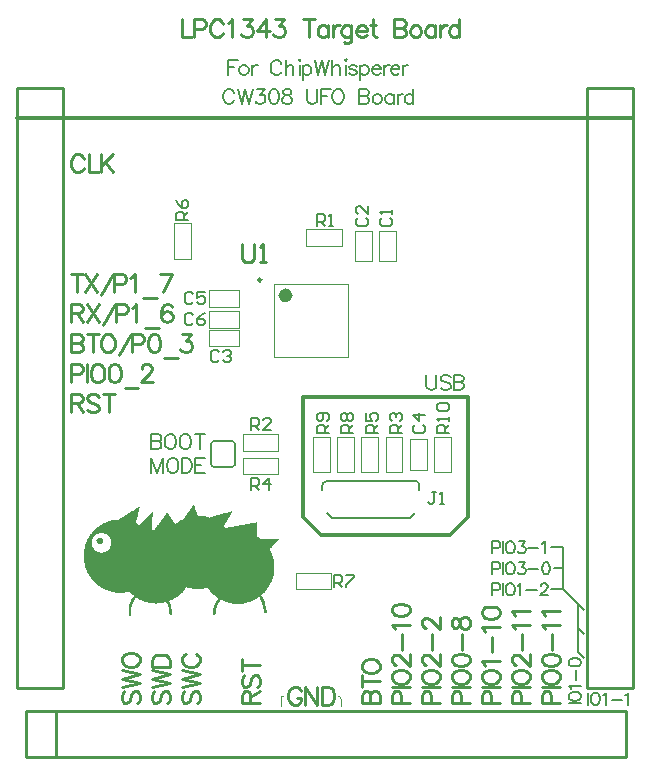
<source format=gto>
G04*
G04 #@! TF.GenerationSoftware,Altium Limited,Altium Designer,21.6.4 (81)*
G04*
G04 Layer_Color=65535*
%FSLAX25Y25*%
%MOIN*%
G70*
G04*
G04 #@! TF.SameCoordinates,15FEF366-9F57-466A-8581-DEE9C99B8A09*
G04*
G04*
G04 #@! TF.FilePolarity,Positive*
G04*
G01*
G75*
%ADD10C,0.00984*%
%ADD11C,0.02362*%
%ADD12C,0.00787*%
%ADD13C,0.00800*%
%ADD14C,0.00394*%
%ADD15C,0.01181*%
%ADD16C,0.01000*%
%ADD17C,0.00500*%
G36*
X58929Y84051D02*
X59066D01*
Y83914D01*
Y83776D01*
Y83639D01*
X59203D01*
Y83502D01*
Y83365D01*
Y83227D01*
X59340D01*
Y83090D01*
Y82953D01*
X59478D01*
Y82815D01*
Y82678D01*
Y82541D01*
X59615D01*
Y82403D01*
Y82266D01*
Y82129D01*
X59752D01*
Y81992D01*
Y81854D01*
X59890D01*
Y81717D01*
Y81580D01*
Y81442D01*
X60027D01*
Y81305D01*
Y81168D01*
X60164D01*
Y81031D01*
Y80893D01*
Y80756D01*
X60302D01*
Y80619D01*
Y80481D01*
X62086D01*
Y80344D01*
X62910D01*
Y80207D01*
X63459D01*
Y80070D01*
X64008D01*
Y79932D01*
X64420D01*
Y80070D01*
X64969D01*
Y80207D01*
X65381D01*
Y80344D01*
X65930D01*
Y80481D01*
X66342D01*
Y80619D01*
X66891D01*
Y80756D01*
X67303D01*
Y80893D01*
X67852D01*
Y81031D01*
X68264D01*
Y81168D01*
X68814D01*
Y81305D01*
X69225D01*
Y81442D01*
X69775D01*
Y81580D01*
X70324D01*
Y81717D01*
X70736D01*
Y81854D01*
X71285D01*
Y81992D01*
X71697D01*
Y82129D01*
X71834D01*
Y81992D01*
Y81854D01*
X71697D01*
Y81717D01*
Y81580D01*
X71559D01*
Y81442D01*
X71422D01*
Y81305D01*
Y81168D01*
X71285D01*
Y81031D01*
Y80893D01*
X71148D01*
Y80756D01*
Y80619D01*
X71010D01*
Y80481D01*
X70873D01*
Y80344D01*
Y80207D01*
X70736D01*
Y80070D01*
Y79932D01*
X70598D01*
Y79795D01*
Y79658D01*
X70461D01*
Y79520D01*
Y79383D01*
X70324D01*
Y79246D01*
X70187D01*
Y79109D01*
Y78971D01*
X70049D01*
Y78834D01*
Y78697D01*
X69912D01*
Y78559D01*
Y78422D01*
X69775D01*
Y78285D01*
X69637D01*
Y78148D01*
Y78010D01*
X69500D01*
Y77873D01*
Y77736D01*
X69363D01*
Y77598D01*
Y77461D01*
X69225D01*
Y77324D01*
X69088D01*
Y77187D01*
Y77049D01*
Y76912D01*
X69225D01*
Y76775D01*
X69363D01*
Y76637D01*
X69500D01*
Y76500D01*
X70324D01*
Y76637D01*
X71010D01*
Y76775D01*
X71834D01*
Y76912D01*
X72520D01*
Y77049D01*
X73207D01*
Y77187D01*
X73893D01*
Y77324D01*
X74717D01*
Y77461D01*
X75403D01*
Y77598D01*
X76090D01*
Y77736D01*
X76776D01*
Y77873D01*
X77600D01*
Y78010D01*
X78287D01*
Y78148D01*
X78973D01*
Y78285D01*
X79660D01*
Y78422D01*
X79934D01*
Y78285D01*
Y78148D01*
Y78010D01*
Y77873D01*
Y77736D01*
Y77598D01*
Y77461D01*
Y77324D01*
Y77187D01*
Y77049D01*
Y76912D01*
Y76775D01*
Y76637D01*
Y76500D01*
Y76363D01*
Y76225D01*
Y76088D01*
Y75951D01*
Y75814D01*
Y75676D01*
Y75539D01*
Y75402D01*
Y75264D01*
Y75127D01*
Y74990D01*
Y74853D01*
Y74715D01*
Y74578D01*
Y74441D01*
Y74303D01*
Y74166D01*
Y74029D01*
Y73892D01*
Y73754D01*
X80071D01*
Y73617D01*
X80346D01*
Y73480D01*
X80483D01*
Y73342D01*
X80758D01*
Y73205D01*
X80895D01*
Y73068D01*
X81170D01*
Y72930D01*
X81307D01*
Y72793D01*
X81444D01*
Y72656D01*
X82131D01*
Y72793D01*
X87485D01*
Y72656D01*
X87348D01*
Y72519D01*
X87211D01*
Y72381D01*
X87073D01*
Y72244D01*
X86936D01*
Y72107D01*
X86799D01*
Y71969D01*
X86661D01*
Y71832D01*
X86524D01*
Y71695D01*
X86387D01*
Y71557D01*
X86250D01*
Y71420D01*
X86112D01*
Y71283D01*
X85975D01*
Y71146D01*
X85838D01*
Y71008D01*
X85700D01*
Y70871D01*
X85563D01*
Y70734D01*
X85426D01*
Y70596D01*
X85289D01*
Y70459D01*
X85151D01*
Y70322D01*
Y70185D01*
X85014D01*
Y70047D01*
X84877D01*
Y69910D01*
X84739D01*
Y69773D01*
X84602D01*
Y69635D01*
X84465D01*
Y69498D01*
X84190D01*
Y69361D01*
X84328D01*
Y69224D01*
Y69086D01*
X84465D01*
Y68949D01*
Y68812D01*
X84602D01*
Y68674D01*
Y68537D01*
X84739D01*
Y68400D01*
Y68262D01*
X84877D01*
Y68125D01*
Y67988D01*
Y67851D01*
X85014D01*
Y67713D01*
Y67576D01*
Y67439D01*
X85151D01*
Y67301D01*
Y67164D01*
X85289D01*
Y67027D01*
Y66890D01*
Y66752D01*
Y66615D01*
X85426D01*
Y66478D01*
Y66340D01*
Y66203D01*
Y66066D01*
X85563D01*
Y65929D01*
Y65791D01*
Y65654D01*
Y65517D01*
Y65379D01*
X85700D01*
Y65242D01*
Y65105D01*
Y64968D01*
Y64830D01*
Y64693D01*
Y64556D01*
Y64418D01*
Y64281D01*
X85838D01*
Y64144D01*
Y64007D01*
Y63869D01*
Y63732D01*
Y63595D01*
Y63457D01*
Y63320D01*
Y63183D01*
Y63046D01*
Y62908D01*
Y62771D01*
Y62634D01*
Y62496D01*
Y62359D01*
X85700D01*
Y62222D01*
Y62084D01*
Y61947D01*
Y61810D01*
Y61673D01*
Y61535D01*
Y61398D01*
Y61261D01*
X85563D01*
Y61123D01*
Y60986D01*
Y60849D01*
Y60711D01*
Y60574D01*
X85426D01*
Y60437D01*
Y60300D01*
Y60162D01*
Y60025D01*
X85289D01*
Y59888D01*
Y59750D01*
Y59613D01*
X85151D01*
Y59476D01*
Y59339D01*
Y59201D01*
X85014D01*
Y59064D01*
Y58927D01*
Y58789D01*
X84877D01*
Y58652D01*
Y58515D01*
X84739D01*
Y58377D01*
Y58240D01*
X84602D01*
Y58103D01*
Y57966D01*
X84465D01*
Y57828D01*
Y57691D01*
X84328D01*
Y57554D01*
Y57416D01*
X84190D01*
Y57279D01*
Y57142D01*
X84053D01*
Y57005D01*
Y56867D01*
X83916D01*
Y56730D01*
X83778D01*
Y56593D01*
Y56455D01*
X83641D01*
Y56318D01*
X83504D01*
Y56181D01*
X83366D01*
Y56044D01*
Y55906D01*
X83229D01*
Y55769D01*
X83092D01*
Y55632D01*
X82955D01*
Y55494D01*
Y55357D01*
X82817D01*
Y55220D01*
X82680D01*
Y55083D01*
X82543D01*
Y54945D01*
X82405D01*
Y54808D01*
X82268D01*
Y54671D01*
X82131D01*
Y54533D01*
X81994D01*
Y54396D01*
X81856D01*
Y54259D01*
X81719D01*
Y54122D01*
X81444D01*
Y53984D01*
Y53847D01*
X81582D01*
Y53710D01*
X81719D01*
Y53572D01*
X81856D01*
Y53435D01*
Y53298D01*
X81994D01*
Y53161D01*
Y53023D01*
X82131D01*
Y52886D01*
Y52749D01*
X82268D01*
Y52611D01*
Y52474D01*
Y52337D01*
X82405D01*
Y52199D01*
Y52062D01*
X82543D01*
Y51925D01*
Y51788D01*
Y51650D01*
X82680D01*
Y51513D01*
Y51376D01*
Y51238D01*
Y51101D01*
X82817D01*
Y50964D01*
Y50827D01*
Y50689D01*
Y50552D01*
X82955D01*
Y50415D01*
Y50277D01*
Y50140D01*
Y50003D01*
X83092D01*
Y49865D01*
Y49728D01*
Y49591D01*
Y49454D01*
Y49316D01*
Y49179D01*
Y49042D01*
X83229D01*
Y48904D01*
Y48767D01*
Y48630D01*
Y48493D01*
Y48355D01*
Y48218D01*
Y48081D01*
X82268D01*
Y48218D01*
Y48355D01*
Y48493D01*
Y48630D01*
Y48767D01*
Y48904D01*
Y49042D01*
Y49179D01*
Y49316D01*
X82131D01*
Y49454D01*
Y49591D01*
Y49728D01*
Y49865D01*
Y50003D01*
Y50140D01*
X81994D01*
Y50277D01*
Y50415D01*
Y50552D01*
Y50689D01*
X81856D01*
Y50827D01*
Y50964D01*
Y51101D01*
Y51238D01*
X81719D01*
Y51376D01*
Y51513D01*
Y51650D01*
X81582D01*
Y51788D01*
Y51925D01*
X81444D01*
Y52062D01*
Y52199D01*
Y52337D01*
X81307D01*
Y52474D01*
Y52611D01*
X81170D01*
Y52749D01*
Y52886D01*
X81033D01*
Y53023D01*
X80895D01*
Y53161D01*
Y53298D01*
X80758D01*
Y53435D01*
X80621D01*
Y53298D01*
X80483D01*
Y53161D01*
X80209D01*
Y53023D01*
X80071D01*
Y52886D01*
X79797D01*
Y52749D01*
X79522D01*
Y52611D01*
X79248D01*
Y52474D01*
X78973D01*
Y52337D01*
X78698D01*
Y52199D01*
X78424D01*
Y52062D01*
X78149D01*
Y51925D01*
X77737D01*
Y51788D01*
X77326D01*
Y51650D01*
X76776D01*
Y51513D01*
X76365D01*
Y51376D01*
X75541D01*
Y51238D01*
X74305D01*
Y51101D01*
X72932D01*
Y51238D01*
X71697D01*
Y51376D01*
X71010D01*
Y51513D01*
X70461D01*
Y51650D01*
X69912D01*
Y51788D01*
X69500D01*
Y51925D01*
X69225D01*
Y52062D01*
X68814D01*
Y52199D01*
X68539D01*
Y52337D01*
X68264D01*
Y52474D01*
X67852D01*
Y52337D01*
Y52199D01*
X67715D01*
Y52062D01*
X67578D01*
Y51925D01*
X67441D01*
Y51788D01*
Y51650D01*
X67303D01*
Y51513D01*
Y51376D01*
X67166D01*
Y51238D01*
X67029D01*
Y51101D01*
Y50964D01*
X66891D01*
Y50827D01*
Y50689D01*
X66754D01*
Y50552D01*
Y50415D01*
Y50277D01*
X66617D01*
Y50140D01*
Y50003D01*
Y49865D01*
X66480D01*
Y49728D01*
Y49591D01*
Y49454D01*
Y49316D01*
Y49179D01*
X66342D01*
Y49042D01*
Y48904D01*
Y48767D01*
Y48630D01*
Y48493D01*
Y48355D01*
Y48218D01*
Y48081D01*
Y47943D01*
Y47806D01*
Y47669D01*
X65930D01*
Y47532D01*
X65381D01*
Y47669D01*
Y47806D01*
Y47943D01*
Y48081D01*
Y48218D01*
Y48355D01*
Y48493D01*
Y48630D01*
Y48767D01*
Y48904D01*
X65519D01*
Y49042D01*
Y49179D01*
Y49316D01*
Y49454D01*
Y49591D01*
Y49728D01*
Y49865D01*
X65656D01*
Y50003D01*
Y50140D01*
Y50277D01*
X65793D01*
Y50415D01*
Y50552D01*
Y50689D01*
X65930D01*
Y50827D01*
Y50964D01*
Y51101D01*
X66068D01*
Y51238D01*
Y51376D01*
X66205D01*
Y51513D01*
Y51650D01*
X66342D01*
Y51788D01*
X66480D01*
Y51925D01*
Y52062D01*
X66617D01*
Y52199D01*
Y52337D01*
X66754D01*
Y52474D01*
X66891D01*
Y52611D01*
Y52749D01*
X67029D01*
Y52886D01*
X67166D01*
Y53023D01*
Y53161D01*
X66754D01*
Y53298D01*
X66617D01*
Y53435D01*
X66480D01*
Y53572D01*
X66205D01*
Y53710D01*
X66068D01*
Y53847D01*
X65930D01*
Y53984D01*
X65793D01*
Y54122D01*
X65519D01*
Y54259D01*
X65381D01*
Y54396D01*
X65244D01*
Y54533D01*
X65107D01*
Y54671D01*
X64969D01*
Y54808D01*
X64832D01*
Y54945D01*
X64695D01*
Y55083D01*
X64557D01*
Y55220D01*
X64420D01*
Y55357D01*
Y55494D01*
X64283D01*
Y55632D01*
X64146D01*
Y55769D01*
X64008D01*
Y55906D01*
X63871D01*
Y56044D01*
Y56181D01*
X63734D01*
Y56318D01*
X63596D01*
Y56455D01*
X63047D01*
Y56318D01*
X62361D01*
Y56181D01*
X60988D01*
Y56044D01*
X59890D01*
Y56181D01*
X58517D01*
Y56318D01*
X57830D01*
Y56455D01*
X57281D01*
Y56593D01*
X56869D01*
Y56730D01*
X56457D01*
Y56593D01*
Y56455D01*
X56320D01*
Y56318D01*
X56183D01*
Y56181D01*
X56046D01*
Y56044D01*
Y55906D01*
X55908D01*
Y55769D01*
X55771D01*
Y55632D01*
X55634D01*
Y55494D01*
X55496D01*
Y55357D01*
X55359D01*
Y55220D01*
X55222D01*
Y55083D01*
Y54945D01*
X55084D01*
Y54808D01*
X54947D01*
Y54671D01*
X54672D01*
Y54533D01*
X54535D01*
Y54396D01*
X54398D01*
Y54259D01*
X54261D01*
Y54122D01*
X54123D01*
Y53984D01*
X53986D01*
Y53847D01*
X53711D01*
Y53710D01*
X53574D01*
Y53572D01*
X53437D01*
Y53435D01*
X53162D01*
Y53298D01*
X53025D01*
Y53161D01*
X52750D01*
Y53023D01*
X52476D01*
Y52886D01*
X52339D01*
Y52749D01*
X52064D01*
Y52611D01*
X51789D01*
Y52474D01*
X51515D01*
Y52337D01*
X51103D01*
Y52199D01*
X50691D01*
Y52062D01*
Y51925D01*
X50828D01*
Y51788D01*
X50966D01*
Y51650D01*
Y51513D01*
X51103D01*
Y51376D01*
Y51238D01*
Y51101D01*
X51240D01*
Y50964D01*
Y50827D01*
Y50689D01*
X51377D01*
Y50552D01*
Y50415D01*
Y50277D01*
X51515D01*
Y50140D01*
Y50003D01*
Y49865D01*
Y49728D01*
Y49591D01*
X51652D01*
Y49454D01*
Y49316D01*
Y49179D01*
Y49042D01*
Y48904D01*
Y48767D01*
X51789D01*
Y48630D01*
Y48493D01*
Y48355D01*
Y48218D01*
Y48081D01*
Y47943D01*
Y47806D01*
Y47669D01*
Y47532D01*
X51515D01*
Y47394D01*
X50966D01*
Y47532D01*
Y47669D01*
Y47806D01*
X50828D01*
Y47943D01*
Y48081D01*
Y48218D01*
Y48355D01*
Y48493D01*
Y48630D01*
Y48767D01*
Y48904D01*
Y49042D01*
X50691D01*
Y49179D01*
Y49316D01*
Y49454D01*
Y49591D01*
Y49728D01*
X50554D01*
Y49865D01*
Y50003D01*
Y50140D01*
Y50277D01*
X50416D01*
Y50415D01*
Y50552D01*
Y50689D01*
X50279D01*
Y50827D01*
Y50964D01*
Y51101D01*
X50142D01*
Y51238D01*
Y51376D01*
X50005D01*
Y51513D01*
X49867D01*
Y51650D01*
Y51788D01*
X49593D01*
Y51650D01*
X49044D01*
Y51513D01*
X48220D01*
Y51376D01*
X46847D01*
Y51238D01*
X46023D01*
Y51376D01*
X44513D01*
Y51513D01*
X43826D01*
Y51650D01*
X43277D01*
Y51788D01*
X42728D01*
Y51925D01*
X42316D01*
Y52062D01*
X41905D01*
Y52199D01*
X41630D01*
Y52337D01*
X41355D01*
Y52474D01*
X41081D01*
Y52611D01*
X40806D01*
Y52749D01*
X40532D01*
Y52886D01*
X40257D01*
Y53023D01*
X39982D01*
Y53161D01*
X39571D01*
Y53023D01*
X39433D01*
Y52886D01*
Y52749D01*
X39296D01*
Y52611D01*
X39159D01*
Y52474D01*
Y52337D01*
X39021D01*
Y52199D01*
Y52062D01*
X38884D01*
Y51925D01*
Y51788D01*
X38747D01*
Y51650D01*
Y51513D01*
X38609D01*
Y51376D01*
Y51238D01*
X38472D01*
Y51101D01*
Y50964D01*
Y50827D01*
Y50689D01*
X38335D01*
Y50552D01*
Y50415D01*
Y50277D01*
Y50140D01*
Y50003D01*
X38198D01*
Y49865D01*
Y49728D01*
Y49591D01*
Y49454D01*
Y49316D01*
Y49179D01*
Y49042D01*
Y48904D01*
Y48767D01*
Y48630D01*
Y48493D01*
Y48355D01*
Y48218D01*
X38060D01*
Y48081D01*
Y47943D01*
Y47806D01*
Y47669D01*
Y47532D01*
Y47394D01*
Y47257D01*
Y47120D01*
Y46982D01*
X37099D01*
Y47120D01*
Y47257D01*
X37236D01*
Y47394D01*
Y47532D01*
Y47669D01*
Y47806D01*
Y47943D01*
Y48081D01*
Y48218D01*
Y48355D01*
Y48493D01*
Y48630D01*
Y48767D01*
Y48904D01*
Y49042D01*
Y49179D01*
Y49316D01*
Y49454D01*
Y49591D01*
Y49728D01*
X37374D01*
Y49865D01*
Y50003D01*
Y50140D01*
Y50277D01*
Y50415D01*
Y50552D01*
Y50689D01*
X37511D01*
Y50827D01*
Y50964D01*
Y51101D01*
Y51238D01*
X37648D01*
Y51376D01*
Y51513D01*
Y51650D01*
X37786D01*
Y51788D01*
Y51925D01*
X37923D01*
Y52062D01*
Y52199D01*
X38060D01*
Y52337D01*
Y52474D01*
X38198D01*
Y52611D01*
Y52749D01*
X38335D01*
Y52886D01*
Y53023D01*
X38472D01*
Y53161D01*
X38609D01*
Y53298D01*
Y53435D01*
X38747D01*
Y53572D01*
X38884D01*
Y53710D01*
Y53847D01*
Y53984D01*
X38747D01*
Y54122D01*
X38472D01*
Y54259D01*
X38335D01*
Y54396D01*
X38198D01*
Y54533D01*
X38060D01*
Y54671D01*
X37923D01*
Y54808D01*
X37786D01*
Y54945D01*
X37648D01*
Y55083D01*
X37511D01*
Y55220D01*
X36962D01*
Y55083D01*
X36138D01*
Y54945D01*
X32706D01*
Y55083D01*
X32019D01*
Y55220D01*
X31333D01*
Y55357D01*
X30921D01*
Y55494D01*
X30509D01*
Y55632D01*
X30097D01*
Y55769D01*
X29686D01*
Y55906D01*
X29411D01*
Y56044D01*
X29136D01*
Y56181D01*
X28862D01*
Y56318D01*
X28587D01*
Y56455D01*
X28313D01*
Y56593D01*
X28175D01*
Y56730D01*
X27901D01*
Y56867D01*
X27626D01*
Y57005D01*
X27489D01*
Y57142D01*
X27352D01*
Y57279D01*
X27077D01*
Y57416D01*
X26940D01*
Y57554D01*
X26802D01*
Y57691D01*
X26528D01*
Y57828D01*
X26390D01*
Y57966D01*
X26253D01*
Y58103D01*
X26116D01*
Y58240D01*
X25979D01*
Y58377D01*
X25841D01*
Y58515D01*
X25704D01*
Y58652D01*
X25567D01*
Y58789D01*
X25429D01*
Y58927D01*
X25292D01*
Y59064D01*
X25155D01*
Y59201D01*
X25018D01*
Y59339D01*
Y59476D01*
X24880D01*
Y59613D01*
X24743D01*
Y59750D01*
X24606D01*
Y59888D01*
Y60025D01*
X24468D01*
Y60162D01*
X24331D01*
Y60300D01*
Y60437D01*
X24194D01*
Y60574D01*
X24057D01*
Y60711D01*
Y60849D01*
X23919D01*
Y60986D01*
X23782D01*
Y61123D01*
Y61261D01*
X23645D01*
Y61398D01*
Y61535D01*
X23507D01*
Y61673D01*
Y61810D01*
X23370D01*
Y61947D01*
Y62084D01*
X23233D01*
Y62222D01*
Y62359D01*
Y62496D01*
X23096D01*
Y62634D01*
Y62771D01*
X22958D01*
Y62908D01*
Y63046D01*
Y63183D01*
X22821D01*
Y63320D01*
Y63457D01*
Y63595D01*
X22684D01*
Y63732D01*
Y63869D01*
Y64007D01*
Y64144D01*
X22546D01*
Y64281D01*
Y64418D01*
Y64556D01*
Y64693D01*
X22409D01*
Y64830D01*
Y64968D01*
Y65105D01*
Y65242D01*
Y65379D01*
Y65517D01*
X22272D01*
Y65654D01*
Y65791D01*
Y65929D01*
Y66066D01*
Y66203D01*
Y66340D01*
Y66478D01*
Y66615D01*
Y66752D01*
Y66890D01*
Y67027D01*
Y67164D01*
Y67301D01*
Y67439D01*
Y67576D01*
Y67713D01*
Y67851D01*
Y67988D01*
Y68125D01*
Y68262D01*
Y68400D01*
Y68537D01*
Y68674D01*
X22409D01*
Y68812D01*
Y68949D01*
Y69086D01*
Y69224D01*
Y69361D01*
Y69498D01*
X22546D01*
Y69635D01*
Y69773D01*
Y69910D01*
Y70047D01*
X22684D01*
Y70185D01*
Y70322D01*
Y70459D01*
Y70596D01*
X22821D01*
Y70734D01*
Y70871D01*
Y71008D01*
X22958D01*
Y71146D01*
Y71283D01*
Y71420D01*
X23096D01*
Y71557D01*
Y71695D01*
X23233D01*
Y71832D01*
Y71969D01*
Y72107D01*
X23370D01*
Y72244D01*
Y72381D01*
X23507D01*
Y72519D01*
Y72656D01*
X23645D01*
Y72793D01*
Y72930D01*
X23782D01*
Y73068D01*
Y73205D01*
X23919D01*
Y73342D01*
X24057D01*
Y73480D01*
Y73617D01*
X24194D01*
Y73754D01*
Y73892D01*
X24331D01*
Y74029D01*
X24468D01*
Y74166D01*
Y74303D01*
X24606D01*
Y74441D01*
X24743D01*
Y74578D01*
X24880D01*
Y74715D01*
Y74853D01*
X25018D01*
Y74990D01*
X25155D01*
Y75127D01*
X25292D01*
Y75264D01*
X25429D01*
Y75402D01*
X25567D01*
Y75539D01*
X25704D01*
Y75676D01*
X25841D01*
Y75814D01*
X25979D01*
Y75951D01*
X26116D01*
Y76088D01*
X26253D01*
Y76225D01*
X26390D01*
Y76363D01*
X26528D01*
Y76500D01*
X26665D01*
Y76637D01*
X26940D01*
Y76775D01*
X27077D01*
Y76912D01*
X27214D01*
Y77049D01*
X27489D01*
Y77187D01*
X27626D01*
Y77324D01*
X27901D01*
Y77461D01*
X28038D01*
Y77598D01*
X28313D01*
Y77736D01*
X28587D01*
Y77873D01*
X28862D01*
Y78010D01*
X29136D01*
Y78148D01*
X29411D01*
Y78285D01*
X29686D01*
Y78422D01*
X29960D01*
Y78559D01*
X30372D01*
Y78697D01*
X30784D01*
Y78834D01*
X31333D01*
Y78971D01*
X31882D01*
Y79109D01*
X32569D01*
Y79246D01*
X33942D01*
Y79383D01*
X34216D01*
Y79520D01*
X34491D01*
Y79658D01*
X34765D01*
Y79795D01*
X34903D01*
Y79932D01*
X35177D01*
Y80070D01*
X35315D01*
Y80207D01*
X35589D01*
Y80344D01*
X35864D01*
Y80481D01*
X36001D01*
Y80619D01*
X36276D01*
Y80756D01*
X36550D01*
Y80893D01*
X36687D01*
Y81031D01*
X36962D01*
Y81168D01*
X37099D01*
Y81305D01*
X37374D01*
Y81442D01*
X37648D01*
Y81580D01*
X37786D01*
Y81717D01*
X38060D01*
Y81854D01*
X38198D01*
Y81992D01*
X38472D01*
Y82129D01*
X38747D01*
Y82266D01*
X38884D01*
Y82403D01*
X39159D01*
Y82541D01*
X39433D01*
Y82678D01*
X39571D01*
Y82815D01*
X39845D01*
Y82953D01*
X39982D01*
Y83090D01*
X40257D01*
Y83227D01*
X40532D01*
Y83365D01*
X40669D01*
Y83502D01*
X40943D01*
Y83365D01*
Y83227D01*
Y83090D01*
Y82953D01*
X40806D01*
Y82815D01*
Y82678D01*
Y82541D01*
Y82403D01*
X40669D01*
Y82266D01*
Y82129D01*
Y81992D01*
Y81854D01*
X40532D01*
Y81717D01*
Y81580D01*
Y81442D01*
Y81305D01*
X40394D01*
Y81168D01*
Y81031D01*
Y80893D01*
Y80756D01*
Y80619D01*
X40257D01*
Y80481D01*
Y80344D01*
Y80207D01*
Y80070D01*
X40120D01*
Y79932D01*
Y79795D01*
Y79658D01*
Y79520D01*
X39982D01*
Y79383D01*
Y79246D01*
Y79109D01*
Y78971D01*
X39845D01*
Y78834D01*
Y78697D01*
Y78559D01*
Y78422D01*
X39708D01*
Y78285D01*
Y78148D01*
Y78010D01*
X39982D01*
Y77873D01*
X40257D01*
Y77736D01*
X40532D01*
Y77598D01*
X40943D01*
Y77736D01*
X41081D01*
Y77873D01*
X41218D01*
Y78010D01*
X41355D01*
Y78148D01*
X41493D01*
Y78285D01*
X41630D01*
Y78422D01*
X41767D01*
Y78559D01*
X41905D01*
Y78697D01*
X42179D01*
Y78834D01*
X42316D01*
Y78971D01*
X42454D01*
Y79109D01*
X42591D01*
Y79246D01*
X42728D01*
Y79383D01*
X42865D01*
Y79520D01*
X43003D01*
Y79658D01*
X43140D01*
Y79795D01*
X43277D01*
Y79932D01*
X43415D01*
Y80070D01*
X43552D01*
Y80207D01*
X43689D01*
Y80344D01*
X43964D01*
Y80481D01*
X44101D01*
Y80619D01*
X44238D01*
Y80756D01*
X44376D01*
Y80893D01*
X44513D01*
Y81031D01*
X44650D01*
Y81168D01*
X44788D01*
Y81305D01*
X44925D01*
Y81442D01*
X45062D01*
Y81580D01*
X45199D01*
Y81717D01*
X45337D01*
Y81580D01*
Y81442D01*
Y81305D01*
Y81168D01*
Y81031D01*
Y80893D01*
Y80756D01*
Y80619D01*
Y80481D01*
Y80344D01*
Y80207D01*
X45199D01*
Y80070D01*
Y79932D01*
Y79795D01*
Y79658D01*
Y79520D01*
Y79383D01*
Y79246D01*
Y79109D01*
Y78971D01*
Y78834D01*
Y78697D01*
Y78559D01*
Y78422D01*
X45062D01*
Y78285D01*
Y78148D01*
Y78010D01*
Y77873D01*
Y77736D01*
Y77598D01*
Y77461D01*
Y77324D01*
Y77187D01*
Y77049D01*
Y76912D01*
Y76775D01*
Y76637D01*
Y76500D01*
X44925D01*
Y76363D01*
Y76225D01*
Y76088D01*
Y75951D01*
Y75814D01*
Y75676D01*
X45749D01*
Y75814D01*
X45886D01*
Y75951D01*
X46023D01*
Y76088D01*
X46161D01*
Y76225D01*
Y76363D01*
X46298D01*
Y76500D01*
X46435D01*
Y76637D01*
X46572D01*
Y76775D01*
Y76912D01*
X46710D01*
Y77049D01*
X46847D01*
Y77187D01*
Y77324D01*
X46984D01*
Y77461D01*
X47122D01*
Y77598D01*
X47259D01*
Y77736D01*
Y77873D01*
X47396D01*
Y78010D01*
X47533D01*
Y78148D01*
X47671D01*
Y78285D01*
Y78422D01*
X47808D01*
Y78559D01*
X47945D01*
Y78697D01*
X48083D01*
Y78834D01*
Y78971D01*
X48220D01*
Y79109D01*
X48357D01*
Y79246D01*
Y79383D01*
X48494D01*
Y79520D01*
X48632D01*
Y79658D01*
X48769D01*
Y79795D01*
Y79932D01*
X48906D01*
Y80070D01*
X49044D01*
Y80207D01*
X49181D01*
Y80344D01*
Y80481D01*
X49318D01*
Y80619D01*
X49455D01*
Y80756D01*
X49593D01*
Y80893D01*
Y81031D01*
X49730D01*
Y81168D01*
X49867D01*
Y81305D01*
Y81442D01*
X50005D01*
Y81580D01*
X50279D01*
Y81442D01*
Y81305D01*
X50416D01*
Y81168D01*
X50554D01*
Y81031D01*
Y80893D01*
X50691D01*
Y80756D01*
X50828D01*
Y80619D01*
Y80481D01*
X50966D01*
Y80344D01*
X51103D01*
Y80207D01*
Y80070D01*
X51240D01*
Y79932D01*
X51377D01*
Y79795D01*
Y79658D01*
X51515D01*
Y79520D01*
X51652D01*
Y79383D01*
Y79246D01*
X51789D01*
Y79109D01*
X51927D01*
Y78971D01*
Y78834D01*
X52064D01*
Y78697D01*
X52201D01*
Y78559D01*
Y78422D01*
X52339D01*
Y78285D01*
X52476D01*
Y78148D01*
Y78010D01*
X52613D01*
Y77873D01*
X53025D01*
Y78010D01*
X53162D01*
Y78148D01*
X53300D01*
Y78285D01*
X53574D01*
Y78422D01*
X53711D01*
Y78559D01*
X53986D01*
Y78697D01*
X54123D01*
Y78834D01*
X54398D01*
Y78971D01*
X54672D01*
Y79109D01*
X54947D01*
Y79246D01*
X55222D01*
Y79383D01*
X55496D01*
Y79520D01*
X55634D01*
Y79658D01*
X55771D01*
Y79795D01*
Y79932D01*
X55908D01*
Y80070D01*
X56046D01*
Y80207D01*
Y80344D01*
X56183D01*
Y80481D01*
X56320D01*
Y80619D01*
Y80756D01*
X56457D01*
Y80893D01*
X56595D01*
Y81031D01*
X56732D01*
Y81168D01*
Y81305D01*
X56869D01*
Y81442D01*
X57007D01*
Y81580D01*
Y81717D01*
X57144D01*
Y81854D01*
X57281D01*
Y81992D01*
Y82129D01*
X57418D01*
Y82266D01*
X57556D01*
Y82403D01*
X57693D01*
Y82541D01*
Y82678D01*
X57830D01*
Y82815D01*
X57968D01*
Y82953D01*
Y83090D01*
X58105D01*
Y83227D01*
X58242D01*
Y83365D01*
Y83502D01*
X58379D01*
Y83639D01*
X58517D01*
Y83776D01*
X58654D01*
Y83914D01*
Y84051D01*
X58791D01*
Y84188D01*
X58929D01*
Y84051D01*
D02*
G37*
%LPC*%
G36*
X28587Y74853D02*
X27901D01*
Y74715D01*
X27214D01*
Y74578D01*
X26940D01*
Y74441D01*
X26665D01*
Y74303D01*
X26390D01*
Y74166D01*
X26253D01*
Y74029D01*
X26116D01*
Y73892D01*
X25979D01*
Y73754D01*
X25841D01*
Y73617D01*
X25704D01*
Y73480D01*
X25567D01*
Y73342D01*
X25429D01*
Y73205D01*
Y73068D01*
X25292D01*
Y72930D01*
Y72793D01*
X25155D01*
Y72656D01*
Y72519D01*
Y72381D01*
X25018D01*
Y72244D01*
Y72107D01*
Y71969D01*
Y71832D01*
Y71695D01*
Y71557D01*
Y71420D01*
Y71283D01*
Y71146D01*
Y71008D01*
Y70871D01*
Y70734D01*
Y70596D01*
X25155D01*
Y70459D01*
Y70322D01*
Y70185D01*
X25292D01*
Y70047D01*
Y69910D01*
X25429D01*
Y69773D01*
X25567D01*
Y69635D01*
Y69498D01*
X25704D01*
Y69361D01*
X25841D01*
Y69224D01*
X25979D01*
Y69086D01*
X26116D01*
Y68949D01*
X26390D01*
Y68812D01*
X26528D01*
Y68674D01*
X26802D01*
Y68537D01*
X27077D01*
Y68400D01*
X27626D01*
Y68262D01*
X28862D01*
Y68400D01*
X29411D01*
Y68537D01*
X29686D01*
Y68674D01*
X29960D01*
Y68812D01*
X30097D01*
Y68949D01*
X30372D01*
Y69086D01*
X30509D01*
Y69224D01*
X30647D01*
Y69361D01*
X30784D01*
Y69498D01*
X30921D01*
Y69635D01*
Y69773D01*
X31058D01*
Y69910D01*
Y70047D01*
X31196D01*
Y70185D01*
Y70322D01*
X31333D01*
Y70459D01*
Y70596D01*
X31470D01*
Y70734D01*
Y70871D01*
Y71008D01*
Y71146D01*
Y71283D01*
Y71420D01*
Y71557D01*
Y71695D01*
Y71832D01*
Y71969D01*
Y72107D01*
Y72244D01*
Y72381D01*
X31333D01*
Y72519D01*
Y72656D01*
Y72793D01*
X31196D01*
Y72930D01*
Y73068D01*
X31058D01*
Y73205D01*
Y73342D01*
X30921D01*
Y73480D01*
X30784D01*
Y73617D01*
X30647D01*
Y73754D01*
X30509D01*
Y73892D01*
X30372D01*
Y74029D01*
X30235D01*
Y74166D01*
X30097D01*
Y74303D01*
X29823D01*
Y74441D01*
X29548D01*
Y74578D01*
X29136D01*
Y74715D01*
X28587D01*
Y74853D01*
D02*
G37*
%LPD*%
G36*
X28175Y73068D02*
X28450D01*
Y72930D01*
X28587D01*
Y72793D01*
Y72656D01*
X28725D01*
Y72519D01*
Y72381D01*
Y72244D01*
Y72107D01*
Y71969D01*
Y71832D01*
Y71695D01*
X28587D01*
Y71557D01*
X28450D01*
Y71420D01*
X28313D01*
Y71283D01*
X28175D01*
Y71146D01*
X27214D01*
Y71283D01*
X26940D01*
Y71420D01*
X26802D01*
Y71557D01*
X26665D01*
Y71695D01*
Y71832D01*
Y71969D01*
X26528D01*
Y72107D01*
Y72244D01*
Y72381D01*
X26665D01*
Y72519D01*
Y72656D01*
Y72793D01*
X26802D01*
Y72930D01*
X26940D01*
Y73068D01*
X27077D01*
Y73205D01*
X28175D01*
Y73068D01*
D02*
G37*
D10*
X81465Y159181D02*
G03*
X81465Y159181I-492J0D01*
G01*
D11*
X90716Y153965D02*
G03*
X90716Y153965I-1181J0D01*
G01*
D12*
X65550Y105331D02*
G03*
X64763Y104543I0J-787D01*
G01*
X72637D02*
G03*
X71850Y105331I-787J0D01*
G01*
Y96669D02*
G03*
X72637Y97457I0J787D01*
G01*
X64763Y97850D02*
G03*
X65944Y96669I1181J0D01*
G01*
X64763Y97850D02*
Y104543D01*
X65550Y105331D02*
X71850D01*
X72637Y97457D02*
Y104543D01*
X65944Y96669D02*
X71850D01*
X103595Y92012D02*
X132187D01*
X103348Y81467D02*
X105008Y79807D01*
X130992D01*
X132633Y81448D01*
X187000Y51000D02*
X189000Y49000D01*
X178000Y70000D02*
X182000D01*
Y62000D02*
Y70000D01*
X179000Y63000D02*
X182000D01*
Y60000D02*
Y63000D01*
Y56000D02*
Y60000D01*
X178000Y56000D02*
X182000D01*
X187000Y43000D02*
X189000Y41000D01*
X182000Y56000D02*
X187000Y51000D01*
Y35000D02*
Y51000D01*
Y35000D02*
X189000Y33000D01*
D13*
X134142Y91224D02*
G03*
X133354Y92012I-787J0D01*
G01*
X103039D02*
G03*
X101858Y90831I0J-1181D01*
G01*
Y89200D02*
Y90831D01*
X134142Y89200D02*
Y91224D01*
X132187Y92012D02*
X133354D01*
X103039D02*
X103595D01*
X70454Y232384D02*
Y227385D01*
Y232384D02*
X73549D01*
X70454Y230003D02*
X72359D01*
X75310Y230718D02*
X74834Y230480D01*
X74358Y230003D01*
X74120Y229289D01*
Y228813D01*
X74358Y228099D01*
X74834Y227623D01*
X75310Y227385D01*
X76025D01*
X76501Y227623D01*
X76977Y228099D01*
X77215Y228813D01*
Y229289D01*
X76977Y230003D01*
X76501Y230480D01*
X76025Y230718D01*
X75310D01*
X78310D02*
Y227385D01*
Y229289D02*
X78548Y230003D01*
X79024Y230480D01*
X79500Y230718D01*
X80214D01*
X88165Y231194D02*
X87927Y231670D01*
X87451Y232146D01*
X86975Y232384D01*
X86023D01*
X85546Y232146D01*
X85070Y231670D01*
X84832Y231194D01*
X84594Y230480D01*
Y229289D01*
X84832Y228575D01*
X85070Y228099D01*
X85546Y227623D01*
X86023Y227385D01*
X86975D01*
X87451Y227623D01*
X87927Y228099D01*
X88165Y228575D01*
X89569Y232384D02*
Y227385D01*
Y229766D02*
X90284Y230480D01*
X90760Y230718D01*
X91474D01*
X91950Y230480D01*
X92188Y229766D01*
Y227385D01*
X93973Y232384D02*
X94211Y232146D01*
X94449Y232384D01*
X94211Y232622D01*
X93973Y232384D01*
X94211Y230718D02*
Y227385D01*
X95330Y230718D02*
Y225719D01*
Y230003D02*
X95806Y230480D01*
X96282Y230718D01*
X96996D01*
X97472Y230480D01*
X97948Y230003D01*
X98187Y229289D01*
Y228813D01*
X97948Y228099D01*
X97472Y227623D01*
X96996Y227385D01*
X96282D01*
X95806Y227623D01*
X95330Y228099D01*
X99258Y232384D02*
X100448Y227385D01*
X101638Y232384D02*
X100448Y227385D01*
X101638Y232384D02*
X102828Y227385D01*
X104019Y232384D02*
X102828Y227385D01*
X105018Y232384D02*
Y227385D01*
Y229766D02*
X105733Y230480D01*
X106209Y230718D01*
X106923D01*
X107399Y230480D01*
X107637Y229766D01*
Y227385D01*
X109422Y232384D02*
X109660Y232146D01*
X109898Y232384D01*
X109660Y232622D01*
X109422Y232384D01*
X109660Y230718D02*
Y227385D01*
X113398Y230003D02*
X113160Y230480D01*
X112445Y230718D01*
X111731D01*
X111017Y230480D01*
X110779Y230003D01*
X111017Y229527D01*
X111493Y229289D01*
X112683Y229051D01*
X113160Y228813D01*
X113398Y228337D01*
Y228099D01*
X113160Y227623D01*
X112445Y227385D01*
X111731D01*
X111017Y227623D01*
X110779Y228099D01*
X114445Y230718D02*
Y225719D01*
Y230003D02*
X114921Y230480D01*
X115397Y230718D01*
X116111D01*
X116587Y230480D01*
X117063Y230003D01*
X117301Y229289D01*
Y228813D01*
X117063Y228099D01*
X116587Y227623D01*
X116111Y227385D01*
X115397D01*
X114921Y227623D01*
X114445Y228099D01*
X118373Y229289D02*
X121229D01*
Y229766D01*
X120991Y230242D01*
X120753Y230480D01*
X120277Y230718D01*
X119563D01*
X119087Y230480D01*
X118611Y230003D01*
X118373Y229289D01*
Y228813D01*
X118611Y228099D01*
X119087Y227623D01*
X119563Y227385D01*
X120277D01*
X120753Y227623D01*
X121229Y228099D01*
X122301Y230718D02*
Y227385D01*
Y229289D02*
X122538Y230003D01*
X123015Y230480D01*
X123491Y230718D01*
X124205D01*
X124657Y229289D02*
X127514D01*
Y229766D01*
X127276Y230242D01*
X127038Y230480D01*
X126561Y230718D01*
X125847D01*
X125371Y230480D01*
X124895Y230003D01*
X124657Y229289D01*
Y228813D01*
X124895Y228099D01*
X125371Y227623D01*
X125847Y227385D01*
X126561D01*
X127038Y227623D01*
X127514Y228099D01*
X128585Y230718D02*
Y227385D01*
Y229289D02*
X128823Y230003D01*
X129299Y230480D01*
X129775Y230718D01*
X130489D01*
X72371Y221609D02*
X72133Y222085D01*
X71657Y222561D01*
X71180Y222799D01*
X70228D01*
X69752Y222561D01*
X69276Y222085D01*
X69038Y221609D01*
X68800Y220895D01*
Y219704D01*
X69038Y218990D01*
X69276Y218514D01*
X69752Y218038D01*
X70228Y217800D01*
X71180D01*
X71657Y218038D01*
X72133Y218514D01*
X72371Y218990D01*
X73775Y222799D02*
X74965Y217800D01*
X76156Y222799D02*
X74965Y217800D01*
X76156Y222799D02*
X77346Y217800D01*
X78536Y222799D02*
X77346Y217800D01*
X80012Y222799D02*
X82630D01*
X81202Y220895D01*
X81916D01*
X82392Y220656D01*
X82630Y220419D01*
X82868Y219704D01*
Y219228D01*
X82630Y218514D01*
X82154Y218038D01*
X81440Y217800D01*
X80726D01*
X80012Y218038D01*
X79774Y218276D01*
X79536Y218752D01*
X85416Y222799D02*
X84701Y222561D01*
X84225Y221847D01*
X83987Y220656D01*
Y219942D01*
X84225Y218752D01*
X84701Y218038D01*
X85416Y217800D01*
X85892D01*
X86606Y218038D01*
X87082Y218752D01*
X87320Y219942D01*
Y220656D01*
X87082Y221847D01*
X86606Y222561D01*
X85892Y222799D01*
X85416D01*
X89629D02*
X88915Y222561D01*
X88677Y222085D01*
Y221609D01*
X88915Y221133D01*
X89391Y220895D01*
X90343Y220656D01*
X91057Y220419D01*
X91533Y219942D01*
X91771Y219466D01*
Y218752D01*
X91533Y218276D01*
X91295Y218038D01*
X90581Y217800D01*
X89629D01*
X88915Y218038D01*
X88677Y218276D01*
X88439Y218752D01*
Y219466D01*
X88677Y219942D01*
X89153Y220419D01*
X89867Y220656D01*
X90819Y220895D01*
X91295Y221133D01*
X91533Y221609D01*
Y222085D01*
X91295Y222561D01*
X90581Y222799D01*
X89629D01*
X96818D02*
Y219228D01*
X97056Y218514D01*
X97532Y218038D01*
X98246Y217800D01*
X98722D01*
X99436Y218038D01*
X99912Y218514D01*
X100150Y219228D01*
Y222799D01*
X101531D02*
Y217800D01*
Y222799D02*
X104626D01*
X101531Y220419D02*
X103435D01*
X106625Y222799D02*
X106149Y222561D01*
X105673Y222085D01*
X105435Y221609D01*
X105197Y220895D01*
Y219704D01*
X105435Y218990D01*
X105673Y218514D01*
X106149Y218038D01*
X106625Y217800D01*
X107577D01*
X108054Y218038D01*
X108530Y218514D01*
X108768Y218990D01*
X109006Y219704D01*
Y220895D01*
X108768Y221609D01*
X108530Y222085D01*
X108054Y222561D01*
X107577Y222799D01*
X106625D01*
X114100D02*
Y217800D01*
Y222799D02*
X116242D01*
X116956Y222561D01*
X117194Y222323D01*
X117432Y221847D01*
Y221371D01*
X117194Y220895D01*
X116956Y220656D01*
X116242Y220419D01*
X114100D02*
X116242D01*
X116956Y220180D01*
X117194Y219942D01*
X117432Y219466D01*
Y218752D01*
X117194Y218276D01*
X116956Y218038D01*
X116242Y217800D01*
X114100D01*
X119741Y221133D02*
X119265Y220895D01*
X118789Y220419D01*
X118551Y219704D01*
Y219228D01*
X118789Y218514D01*
X119265Y218038D01*
X119741Y217800D01*
X120456D01*
X120932Y218038D01*
X121408Y218514D01*
X121646Y219228D01*
Y219704D01*
X121408Y220419D01*
X120932Y220895D01*
X120456Y221133D01*
X119741D01*
X125597D02*
Y217800D01*
Y220419D02*
X125121Y220895D01*
X124645Y221133D01*
X123931D01*
X123455Y220895D01*
X122979Y220419D01*
X122741Y219704D01*
Y219228D01*
X122979Y218514D01*
X123455Y218038D01*
X123931Y217800D01*
X124645D01*
X125121Y218038D01*
X125597Y218514D01*
X126930Y221133D02*
Y217800D01*
Y219704D02*
X127169Y220419D01*
X127645Y220895D01*
X128121Y221133D01*
X128835D01*
X132144Y222799D02*
Y217800D01*
Y220419D02*
X131667Y220895D01*
X131191Y221133D01*
X130477D01*
X130001Y220895D01*
X129525Y220419D01*
X129287Y219704D01*
Y219228D01*
X129525Y218514D01*
X130001Y218038D01*
X130477Y217800D01*
X131191D01*
X131667Y218038D01*
X132144Y218514D01*
X44812Y107718D02*
Y102719D01*
Y107718D02*
X46954D01*
X47668Y107480D01*
X47907Y107242D01*
X48145Y106765D01*
Y106289D01*
X47907Y105813D01*
X47668Y105575D01*
X46954Y105337D01*
X44812D02*
X46954D01*
X47668Y105099D01*
X47907Y104861D01*
X48145Y104385D01*
Y103671D01*
X47907Y103195D01*
X47668Y102957D01*
X46954Y102719D01*
X44812D01*
X50692Y107718D02*
X50216Y107480D01*
X49739Y107003D01*
X49501Y106527D01*
X49263Y105813D01*
Y104623D01*
X49501Y103909D01*
X49739Y103433D01*
X50216Y102957D01*
X50692Y102719D01*
X51644D01*
X52120Y102957D01*
X52596Y103433D01*
X52834Y103909D01*
X53072Y104623D01*
Y105813D01*
X52834Y106527D01*
X52596Y107003D01*
X52120Y107480D01*
X51644Y107718D01*
X50692D01*
X55667D02*
X55191Y107480D01*
X54715Y107003D01*
X54476Y106527D01*
X54238Y105813D01*
Y104623D01*
X54476Y103909D01*
X54715Y103433D01*
X55191Y102957D01*
X55667Y102719D01*
X56619D01*
X57095Y102957D01*
X57571Y103433D01*
X57809Y103909D01*
X58047Y104623D01*
Y105813D01*
X57809Y106527D01*
X57571Y107003D01*
X57095Y107480D01*
X56619Y107718D01*
X55667D01*
X60880D02*
Y102719D01*
X59214Y107718D02*
X62546D01*
X44800Y99799D02*
Y94800D01*
Y99799D02*
X46704Y94800D01*
X48609Y99799D02*
X46704Y94800D01*
X48609Y99799D02*
Y94800D01*
X51465Y99799D02*
X50989Y99561D01*
X50513Y99085D01*
X50275Y98609D01*
X50037Y97895D01*
Y96704D01*
X50275Y95990D01*
X50513Y95514D01*
X50989Y95038D01*
X51465Y94800D01*
X52417D01*
X52894Y95038D01*
X53370Y95514D01*
X53608Y95990D01*
X53846Y96704D01*
Y97895D01*
X53608Y98609D01*
X53370Y99085D01*
X52894Y99561D01*
X52417Y99799D01*
X51465D01*
X55012D02*
Y94800D01*
Y99799D02*
X56678D01*
X57393Y99561D01*
X57869Y99085D01*
X58107Y98609D01*
X58345Y97895D01*
Y96704D01*
X58107Y95990D01*
X57869Y95514D01*
X57393Y95038D01*
X56678Y94800D01*
X55012D01*
X62558Y99799D02*
X59464D01*
Y94800D01*
X62558D01*
X59464Y97418D02*
X61368D01*
X136500Y127499D02*
Y123928D01*
X136738Y123214D01*
X137214Y122738D01*
X137928Y122500D01*
X138404D01*
X139119Y122738D01*
X139595Y123214D01*
X139833Y123928D01*
Y127499D01*
X144546Y126785D02*
X144070Y127261D01*
X143356Y127499D01*
X142403D01*
X141689Y127261D01*
X141213Y126785D01*
Y126309D01*
X141451Y125833D01*
X141689Y125595D01*
X142166Y125356D01*
X143594Y124880D01*
X144070Y124642D01*
X144308Y124404D01*
X144546Y123928D01*
Y123214D01*
X144070Y122738D01*
X143356Y122500D01*
X142403D01*
X141689Y122738D01*
X141213Y123214D01*
X145665Y127499D02*
Y122500D01*
Y127499D02*
X147807D01*
X148521Y127261D01*
X148759Y127023D01*
X148997Y126547D01*
Y126071D01*
X148759Y125595D01*
X148521Y125356D01*
X147807Y125119D01*
X145665D02*
X147807D01*
X148521Y124880D01*
X148759Y124642D01*
X148997Y124166D01*
Y123452D01*
X148759Y122976D01*
X148521Y122738D01*
X147807Y122500D01*
X145665D01*
D14*
X108000Y19500D02*
G03*
X107000Y20500I-1000J0D01*
G01*
X89000D02*
G03*
X88000Y19500I0J-1000D01*
G01*
X85795Y133295D02*
Y157705D01*
X110205Y133295D02*
Y157705D01*
X85795D02*
X110205D01*
X85795Y133295D02*
X110205D01*
X96394Y176012D02*
X108205D01*
X96394Y170500D02*
X108205D01*
X96394D02*
Y176012D01*
X108205Y170500D02*
Y176012D01*
X57956Y166194D02*
Y178006D01*
X52444Y166194D02*
Y178006D01*
X57956D01*
X52444Y166194D02*
X57956D01*
X92895Y56044D02*
X104706D01*
X92895Y61556D02*
X104706D01*
Y56044D02*
Y61556D01*
X92895Y56044D02*
Y61556D01*
X139044Y95095D02*
X144556D01*
X139044Y106905D02*
X144556D01*
X139044Y95095D02*
Y106905D01*
X144556Y95095D02*
Y106905D01*
X126256Y165382D02*
Y175618D01*
X120744Y165382D02*
Y175618D01*
Y165382D02*
X126256D01*
X120744Y175618D02*
X126256D01*
X118256Y165382D02*
Y175618D01*
X112744Y165382D02*
Y175618D01*
Y165382D02*
X118256D01*
X112744Y175618D02*
X118256D01*
X75295Y94344D02*
X87106D01*
X75295Y99856D02*
X87106D01*
Y94344D02*
Y99856D01*
X75295Y94344D02*
Y99856D01*
Y107656D02*
X87106D01*
X75295Y102144D02*
X87106D01*
X75295D02*
Y107656D01*
X87106Y102144D02*
Y107656D01*
X136594Y95882D02*
Y106118D01*
X131082Y95882D02*
Y106118D01*
Y95882D02*
X136594D01*
X131082Y106118D02*
X136594D01*
X63882Y143244D02*
X74118D01*
X63882Y148756D02*
X74118D01*
X63882Y143244D02*
Y148756D01*
X74118Y143244D02*
Y148756D01*
X63882Y150244D02*
X74118D01*
X63882Y155756D02*
X74118D01*
X63882Y150244D02*
Y155756D01*
X74118Y150244D02*
Y155756D01*
X128436Y95095D02*
Y106905D01*
X122924Y95095D02*
Y106905D01*
X128436D01*
X122924Y95095D02*
X128436D01*
X120376D02*
Y106905D01*
X114864Y95095D02*
Y106905D01*
X120376D01*
X114864Y95095D02*
X120376D01*
X112316D02*
Y106905D01*
X106804Y95095D02*
Y106905D01*
X112316D01*
X106804Y95095D02*
X112316D01*
X98744D02*
Y106905D01*
X104256Y95095D02*
Y106905D01*
X98744Y95095D02*
X104256D01*
X98744Y106905D02*
X104256D01*
X108000Y17000D02*
Y19500D01*
X88000Y17000D02*
Y19500D01*
X63882Y137044D02*
X74118D01*
X63882Y142556D02*
X74118D01*
X63882Y137044D02*
Y142556D01*
X74118Y137044D02*
Y142556D01*
D15*
X126Y213000D02*
X205500D01*
X95500Y120000D02*
X150500D01*
Y80000D02*
Y120000D01*
X144500Y74000D02*
X150500Y80000D01*
X101500Y74000D02*
X144500D01*
X95500Y80000D02*
X101500Y74000D01*
X95500Y80000D02*
Y120000D01*
D16*
X190126Y23000D02*
Y223000D01*
Y23000D02*
X205500D01*
X190126Y223000D02*
X205500D01*
X190126Y213000D02*
X205500D01*
X3000Y126D02*
X203000D01*
Y15500D01*
X3000D02*
X203000D01*
X3000Y126D02*
Y15500D01*
X13000Y126D02*
Y15500D01*
X126Y23000D02*
Y223000D01*
Y23000D02*
X15500D01*
Y223000D01*
X126D02*
X15500D01*
X126Y213000D02*
X15500D01*
X205500Y23000D02*
Y223000D01*
X55000Y245999D02*
Y240000D01*
X58428D01*
X59085Y242857D02*
X61656D01*
X62513Y243142D01*
X62798Y243428D01*
X63084Y243999D01*
Y244856D01*
X62798Y245427D01*
X62513Y245713D01*
X61656Y245999D01*
X59085D01*
Y240000D01*
X68711Y244570D02*
X68426Y245142D01*
X67854Y245713D01*
X67283Y245999D01*
X66141D01*
X65569Y245713D01*
X64998Y245142D01*
X64712Y244570D01*
X64426Y243713D01*
Y242285D01*
X64712Y241428D01*
X64998Y240857D01*
X65569Y240286D01*
X66141Y240000D01*
X67283D01*
X67854Y240286D01*
X68426Y240857D01*
X68711Y241428D01*
X70397Y244856D02*
X70968Y245142D01*
X71825Y245999D01*
Y240000D01*
X75367Y245999D02*
X78509D01*
X76795Y243713D01*
X77652D01*
X78224Y243428D01*
X78509Y243142D01*
X78795Y242285D01*
Y241714D01*
X78509Y240857D01*
X77938Y240286D01*
X77081Y240000D01*
X76224D01*
X75367Y240286D01*
X75081Y240571D01*
X74796Y241143D01*
X82994Y245999D02*
X80137Y242000D01*
X84422D01*
X82994Y245999D02*
Y240000D01*
X86050Y245999D02*
X89193D01*
X87479Y243713D01*
X88336D01*
X88907Y243428D01*
X89193Y243142D01*
X89478Y242285D01*
Y241714D01*
X89193Y240857D01*
X88621Y240286D01*
X87764Y240000D01*
X86907D01*
X86050Y240286D01*
X85765Y240571D01*
X85479Y241143D01*
X97534Y245999D02*
Y240000D01*
X95534Y245999D02*
X99533D01*
X103675Y243999D02*
Y240000D01*
Y243142D02*
X103104Y243713D01*
X102533Y243999D01*
X101676D01*
X101104Y243713D01*
X100533Y243142D01*
X100248Y242285D01*
Y241714D01*
X100533Y240857D01*
X101104Y240286D01*
X101676Y240000D01*
X102533D01*
X103104Y240286D01*
X103675Y240857D01*
X105275Y243999D02*
Y240000D01*
Y242285D02*
X105561Y243142D01*
X106132Y243713D01*
X106703Y243999D01*
X107560D01*
X111531D02*
Y239429D01*
X111245Y238572D01*
X110959Y238286D01*
X110388Y238000D01*
X109531D01*
X108960Y238286D01*
X111531Y243142D02*
X110959Y243713D01*
X110388Y243999D01*
X109531D01*
X108960Y243713D01*
X108389Y243142D01*
X108103Y242285D01*
Y241714D01*
X108389Y240857D01*
X108960Y240286D01*
X109531Y240000D01*
X110388D01*
X110959Y240286D01*
X111531Y240857D01*
X113130Y242285D02*
X116558D01*
Y242857D01*
X116273Y243428D01*
X115987Y243713D01*
X115416Y243999D01*
X114559D01*
X113987Y243713D01*
X113416Y243142D01*
X113130Y242285D01*
Y241714D01*
X113416Y240857D01*
X113987Y240286D01*
X114559Y240000D01*
X115416D01*
X115987Y240286D01*
X116558Y240857D01*
X118701Y245999D02*
Y241143D01*
X118986Y240286D01*
X119558Y240000D01*
X120129D01*
X117844Y243999D02*
X119843D01*
X125699Y245999D02*
Y240000D01*
Y245999D02*
X128270D01*
X129127Y245713D01*
X129413Y245427D01*
X129698Y244856D01*
Y244285D01*
X129413Y243713D01*
X129127Y243428D01*
X128270Y243142D01*
X125699D02*
X128270D01*
X129127Y242857D01*
X129413Y242571D01*
X129698Y242000D01*
Y241143D01*
X129413Y240571D01*
X129127Y240286D01*
X128270Y240000D01*
X125699D01*
X132469Y243999D02*
X131898Y243713D01*
X131326Y243142D01*
X131041Y242285D01*
Y241714D01*
X131326Y240857D01*
X131898Y240286D01*
X132469Y240000D01*
X133326D01*
X133897Y240286D01*
X134469Y240857D01*
X134754Y241714D01*
Y242285D01*
X134469Y243142D01*
X133897Y243713D01*
X133326Y243999D01*
X132469D01*
X139496D02*
Y240000D01*
Y243142D02*
X138925Y243713D01*
X138354Y243999D01*
X137497D01*
X136925Y243713D01*
X136354Y243142D01*
X136068Y242285D01*
Y241714D01*
X136354Y240857D01*
X136925Y240286D01*
X137497Y240000D01*
X138354D01*
X138925Y240286D01*
X139496Y240857D01*
X141096Y243999D02*
Y240000D01*
Y242285D02*
X141382Y243142D01*
X141953Y243713D01*
X142524Y243999D01*
X143381D01*
X147352Y245999D02*
Y240000D01*
Y243142D02*
X146780Y243713D01*
X146209Y243999D01*
X145352D01*
X144781Y243713D01*
X144209Y243142D01*
X143924Y242285D01*
Y241714D01*
X144209Y240857D01*
X144781Y240286D01*
X145352Y240000D01*
X146209D01*
X146780Y240286D01*
X147352Y240857D01*
X178144Y18000D02*
Y20571D01*
X177858Y21428D01*
X177572Y21713D01*
X177001Y21999D01*
X176144D01*
X175573Y21713D01*
X175287Y21428D01*
X175001Y20571D01*
Y18000D01*
X181000D01*
X175001Y23342D02*
X181000D01*
X175001Y26313D02*
X175287Y25741D01*
X175858Y25170D01*
X176429Y24884D01*
X177287Y24599D01*
X178715D01*
X179572Y24884D01*
X180143Y25170D01*
X180714Y25741D01*
X181000Y26313D01*
Y27455D01*
X180714Y28026D01*
X180143Y28598D01*
X179572Y28883D01*
X178715Y29169D01*
X177287D01*
X176429Y28883D01*
X175858Y28598D01*
X175287Y28026D01*
X175001Y27455D01*
Y26313D01*
Y32283D02*
X175287Y31426D01*
X176144Y30854D01*
X177572Y30569D01*
X178429D01*
X179857Y30854D01*
X180714Y31426D01*
X181000Y32283D01*
Y32854D01*
X180714Y33711D01*
X179857Y34282D01*
X178429Y34568D01*
X177572D01*
X176144Y34282D01*
X175287Y33711D01*
X175001Y32854D01*
Y32283D01*
X178429Y35910D02*
Y41052D01*
X176144Y42823D02*
X175858Y43395D01*
X175001Y44251D01*
X181000D01*
X176144Y47222D02*
X175858Y47794D01*
X175001Y48651D01*
X181000D01*
X168143Y18000D02*
Y20571D01*
X167858Y21428D01*
X167572Y21713D01*
X167001Y21999D01*
X166144D01*
X165573Y21713D01*
X165287Y21428D01*
X165001Y20571D01*
Y18000D01*
X171000D01*
X165001Y23342D02*
X171000D01*
X165001Y26313D02*
X165287Y25741D01*
X165858Y25170D01*
X166429Y24884D01*
X167287Y24599D01*
X168715D01*
X169572Y24884D01*
X170143Y25170D01*
X170714Y25741D01*
X171000Y26313D01*
Y27455D01*
X170714Y28026D01*
X170143Y28598D01*
X169572Y28883D01*
X168715Y29169D01*
X167287D01*
X166429Y28883D01*
X165858Y28598D01*
X165287Y28026D01*
X165001Y27455D01*
Y26313D01*
X166429Y30854D02*
X166144D01*
X165573Y31140D01*
X165287Y31426D01*
X165001Y31997D01*
Y33140D01*
X165287Y33711D01*
X165573Y33997D01*
X166144Y34282D01*
X166715D01*
X167287Y33997D01*
X168143Y33425D01*
X171000Y30569D01*
Y34568D01*
X168429Y35910D02*
Y41052D01*
X166144Y42823D02*
X165858Y43395D01*
X165001Y44251D01*
X171000D01*
X166144Y47222D02*
X165858Y47794D01*
X165001Y48651D01*
X171000D01*
X158143Y18000D02*
Y20571D01*
X157858Y21428D01*
X157572Y21713D01*
X157001Y21999D01*
X156144D01*
X155573Y21713D01*
X155287Y21428D01*
X155001Y20571D01*
Y18000D01*
X161000D01*
X155001Y23342D02*
X161000D01*
X155001Y26313D02*
X155287Y25741D01*
X155858Y25170D01*
X156430Y24884D01*
X157287Y24599D01*
X158715D01*
X159572Y24884D01*
X160143Y25170D01*
X160714Y25741D01*
X161000Y26313D01*
Y27455D01*
X160714Y28026D01*
X160143Y28598D01*
X159572Y28883D01*
X158715Y29169D01*
X157287D01*
X156430Y28883D01*
X155858Y28598D01*
X155287Y28026D01*
X155001Y27455D01*
Y26313D01*
X156144Y30569D02*
X155858Y31140D01*
X155001Y31997D01*
X161000D01*
X158429Y34968D02*
Y40110D01*
X156144Y41881D02*
X155858Y42452D01*
X155001Y43309D01*
X161000D01*
X155001Y47994D02*
X155287Y47137D01*
X156144Y46565D01*
X157572Y46280D01*
X158429D01*
X159857Y46565D01*
X160714Y47137D01*
X161000Y47994D01*
Y48565D01*
X160714Y49422D01*
X159857Y49993D01*
X158429Y50279D01*
X157572D01*
X156144Y49993D01*
X155287Y49422D01*
X155001Y48565D01*
Y47994D01*
X148143Y18000D02*
Y20571D01*
X147858Y21428D01*
X147572Y21713D01*
X147001Y21999D01*
X146144D01*
X145573Y21713D01*
X145287Y21428D01*
X145001Y20571D01*
Y18000D01*
X151000D01*
X145001Y23342D02*
X151000D01*
X145001Y26313D02*
X145287Y25741D01*
X145858Y25170D01*
X146430Y24884D01*
X147286Y24599D01*
X148715D01*
X149572Y24884D01*
X150143Y25170D01*
X150714Y25741D01*
X151000Y26313D01*
Y27455D01*
X150714Y28026D01*
X150143Y28598D01*
X149572Y28883D01*
X148715Y29169D01*
X147286D01*
X146430Y28883D01*
X145858Y28598D01*
X145287Y28026D01*
X145001Y27455D01*
Y26313D01*
Y32283D02*
X145287Y31426D01*
X146144Y30854D01*
X147572Y30569D01*
X148429D01*
X149857Y30854D01*
X150714Y31426D01*
X151000Y32283D01*
Y32854D01*
X150714Y33711D01*
X149857Y34282D01*
X148429Y34568D01*
X147572D01*
X146144Y34282D01*
X145287Y33711D01*
X145001Y32854D01*
Y32283D01*
X148429Y35910D02*
Y41052D01*
X145001Y44251D02*
X145287Y43395D01*
X145858Y43109D01*
X146430D01*
X147001Y43395D01*
X147286Y43966D01*
X147572Y45109D01*
X147858Y45965D01*
X148429Y46537D01*
X149000Y46822D01*
X149857D01*
X150429Y46537D01*
X150714Y46251D01*
X151000Y45394D01*
Y44251D01*
X150714Y43395D01*
X150429Y43109D01*
X149857Y42823D01*
X149000D01*
X148429Y43109D01*
X147858Y43680D01*
X147572Y44537D01*
X147286Y45680D01*
X147001Y46251D01*
X146430Y46537D01*
X145858D01*
X145287Y46251D01*
X145001Y45394D01*
Y44251D01*
X138144Y18000D02*
Y20571D01*
X137858Y21428D01*
X137572Y21713D01*
X137001Y21999D01*
X136144D01*
X135573Y21713D01*
X135287Y21428D01*
X135001Y20571D01*
Y18000D01*
X141000D01*
X135001Y23342D02*
X141000D01*
X135001Y26313D02*
X135287Y25741D01*
X135858Y25170D01*
X136430Y24884D01*
X137286Y24599D01*
X138715D01*
X139572Y24884D01*
X140143Y25170D01*
X140714Y25741D01*
X141000Y26313D01*
Y27455D01*
X140714Y28026D01*
X140143Y28598D01*
X139572Y28883D01*
X138715Y29169D01*
X137286D01*
X136430Y28883D01*
X135858Y28598D01*
X135287Y28026D01*
X135001Y27455D01*
Y26313D01*
X136430Y30854D02*
X136144D01*
X135573Y31140D01*
X135287Y31426D01*
X135001Y31997D01*
Y33140D01*
X135287Y33711D01*
X135573Y33997D01*
X136144Y34282D01*
X136715D01*
X137286Y33997D01*
X138144Y33425D01*
X141000Y30569D01*
Y34568D01*
X138429Y35910D02*
Y41052D01*
X136430Y43109D02*
X136144D01*
X135573Y43395D01*
X135287Y43680D01*
X135001Y44251D01*
Y45394D01*
X135287Y45965D01*
X135573Y46251D01*
X136144Y46537D01*
X136715D01*
X137286Y46251D01*
X138144Y45680D01*
X141000Y42823D01*
Y46822D01*
X128144Y18000D02*
Y20571D01*
X127858Y21428D01*
X127572Y21713D01*
X127001Y21999D01*
X126144D01*
X125573Y21713D01*
X125287Y21428D01*
X125001Y20571D01*
Y18000D01*
X131000D01*
X125001Y23342D02*
X131000D01*
X125001Y26313D02*
X125287Y25741D01*
X125858Y25170D01*
X126429Y24884D01*
X127287Y24599D01*
X128715D01*
X129572Y24884D01*
X130143Y25170D01*
X130714Y25741D01*
X131000Y26313D01*
Y27455D01*
X130714Y28026D01*
X130143Y28598D01*
X129572Y28883D01*
X128715Y29169D01*
X127287D01*
X126429Y28883D01*
X125858Y28598D01*
X125287Y28026D01*
X125001Y27455D01*
Y26313D01*
X126429Y30854D02*
X126144D01*
X125573Y31140D01*
X125287Y31426D01*
X125001Y31997D01*
Y33140D01*
X125287Y33711D01*
X125573Y33997D01*
X126144Y34282D01*
X126715D01*
X127287Y33997D01*
X128144Y33425D01*
X131000Y30569D01*
Y34568D01*
X128429Y35910D02*
Y41052D01*
X126144Y42823D02*
X125858Y43395D01*
X125001Y44251D01*
X131000D01*
X125001Y48936D02*
X125287Y48079D01*
X126144Y47508D01*
X127572Y47222D01*
X128429D01*
X129857Y47508D01*
X130714Y48079D01*
X131000Y48936D01*
Y49507D01*
X130714Y50365D01*
X129857Y50936D01*
X128429Y51221D01*
X127572D01*
X126144Y50936D01*
X125287Y50365D01*
X125001Y49507D01*
Y48936D01*
X94785Y22070D02*
X94499Y22642D01*
X93928Y23213D01*
X93357Y23499D01*
X92214D01*
X91643Y23213D01*
X91071Y22642D01*
X90786Y22070D01*
X90500Y21214D01*
Y19785D01*
X90786Y18928D01*
X91071Y18357D01*
X91643Y17786D01*
X92214Y17500D01*
X93357D01*
X93928Y17786D01*
X94499Y18357D01*
X94785Y18928D01*
Y19785D01*
X93357D02*
X94785D01*
X96156Y23499D02*
Y17500D01*
Y23499D02*
X100155Y17500D01*
Y23499D02*
Y17500D01*
X101812Y23499D02*
Y17500D01*
Y23499D02*
X103811D01*
X104668Y23213D01*
X105240Y22642D01*
X105525Y22070D01*
X105811Y21214D01*
Y19785D01*
X105525Y18928D01*
X105240Y18357D01*
X104668Y17786D01*
X103811Y17500D01*
X101812D01*
X115001Y18000D02*
X121000D01*
X115001D02*
Y20571D01*
X115287Y21428D01*
X115573Y21713D01*
X116144Y21999D01*
X116715D01*
X117287Y21713D01*
X117572Y21428D01*
X117858Y20571D01*
Y18000D02*
Y20571D01*
X118143Y21428D01*
X118429Y21713D01*
X119000Y21999D01*
X119857D01*
X120429Y21713D01*
X120714Y21428D01*
X121000Y20571D01*
Y18000D01*
X115001Y25341D02*
X121000D01*
X115001Y23342D02*
Y27341D01*
Y29769D02*
X115287Y29198D01*
X115858Y28626D01*
X116429Y28341D01*
X117287Y28055D01*
X118715D01*
X119572Y28341D01*
X120143Y28626D01*
X120714Y29198D01*
X121000Y29769D01*
Y30911D01*
X120714Y31483D01*
X120143Y32054D01*
X119572Y32340D01*
X118715Y32625D01*
X117287D01*
X116429Y32340D01*
X115858Y32054D01*
X115287Y31483D01*
X115001Y30911D01*
Y29769D01*
X75001Y18000D02*
X81000D01*
X75001D02*
Y20571D01*
X75287Y21428D01*
X75573Y21713D01*
X76144Y21999D01*
X76715D01*
X77286Y21713D01*
X77572Y21428D01*
X77858Y20571D01*
Y18000D01*
Y20000D02*
X81000Y21999D01*
X75858Y27341D02*
X75287Y26770D01*
X75001Y25913D01*
Y24770D01*
X75287Y23913D01*
X75858Y23342D01*
X76429D01*
X77001Y23627D01*
X77286Y23913D01*
X77572Y24484D01*
X78144Y26198D01*
X78429Y26770D01*
X78715Y27055D01*
X79286Y27341D01*
X80143D01*
X80714Y26770D01*
X81000Y25913D01*
Y24770D01*
X80714Y23913D01*
X80143Y23342D01*
X75001Y30683D02*
X81000D01*
X75001Y28683D02*
Y32683D01*
X55858Y21999D02*
X55287Y21428D01*
X55001Y20571D01*
Y19428D01*
X55287Y18571D01*
X55858Y18000D01*
X56429D01*
X57001Y18286D01*
X57287Y18571D01*
X57572Y19143D01*
X58144Y20856D01*
X58429Y21428D01*
X58715Y21713D01*
X59286Y21999D01*
X60143D01*
X60714Y21428D01*
X61000Y20571D01*
Y19428D01*
X60714Y18571D01*
X60143Y18000D01*
X55001Y23342D02*
X61000Y24770D01*
X55001Y26198D02*
X61000Y24770D01*
X55001Y26198D02*
X61000Y27626D01*
X55001Y29055D02*
X61000Y27626D01*
X56429Y34539D02*
X55858Y34254D01*
X55287Y33682D01*
X55001Y33111D01*
Y31968D01*
X55287Y31397D01*
X55858Y30826D01*
X56429Y30540D01*
X57287Y30255D01*
X58715D01*
X59572Y30540D01*
X60143Y30826D01*
X60714Y31397D01*
X61000Y31968D01*
Y33111D01*
X60714Y33682D01*
X60143Y34254D01*
X59572Y34539D01*
X45858Y21999D02*
X45287Y21428D01*
X45001Y20571D01*
Y19428D01*
X45287Y18571D01*
X45858Y18000D01*
X46430D01*
X47001Y18286D01*
X47286Y18571D01*
X47572Y19143D01*
X48144Y20856D01*
X48429Y21428D01*
X48715Y21713D01*
X49286Y21999D01*
X50143D01*
X50714Y21428D01*
X51000Y20571D01*
Y19428D01*
X50714Y18571D01*
X50143Y18000D01*
X45001Y23342D02*
X51000Y24770D01*
X45001Y26198D02*
X51000Y24770D01*
X45001Y26198D02*
X51000Y27626D01*
X45001Y29055D02*
X51000Y27626D01*
X45001Y30255D02*
X51000D01*
X45001D02*
Y32254D01*
X45287Y33111D01*
X45858Y33682D01*
X46430Y33968D01*
X47286Y34254D01*
X48715D01*
X49572Y33968D01*
X50143Y33682D01*
X50714Y33111D01*
X51000Y32254D01*
Y30255D01*
X35858Y21999D02*
X35287Y21428D01*
X35001Y20571D01*
Y19428D01*
X35287Y18571D01*
X35858Y18000D01*
X36430D01*
X37001Y18286D01*
X37286Y18571D01*
X37572Y19143D01*
X38144Y20856D01*
X38429Y21428D01*
X38715Y21713D01*
X39286Y21999D01*
X40143D01*
X40714Y21428D01*
X41000Y20571D01*
Y19428D01*
X40714Y18571D01*
X40143Y18000D01*
X35001Y23342D02*
X41000Y24770D01*
X35001Y26198D02*
X41000Y24770D01*
X35001Y26198D02*
X41000Y27626D01*
X35001Y29055D02*
X41000Y27626D01*
X35001Y31968D02*
X35287Y31397D01*
X35858Y30826D01*
X36430Y30540D01*
X37286Y30255D01*
X38715D01*
X39572Y30540D01*
X40143Y30826D01*
X40714Y31397D01*
X41000Y31968D01*
Y33111D01*
X40714Y33682D01*
X40143Y34254D01*
X39572Y34539D01*
X38715Y34825D01*
X37286D01*
X36430Y34539D01*
X35858Y34254D01*
X35287Y33682D01*
X35001Y33111D01*
Y31968D01*
X18000Y120999D02*
Y115000D01*
Y120999D02*
X20571D01*
X21428Y120713D01*
X21713Y120427D01*
X21999Y119856D01*
Y119285D01*
X21713Y118713D01*
X21428Y118428D01*
X20571Y118142D01*
X18000D01*
X20000D02*
X21999Y115000D01*
X27341Y120142D02*
X26770Y120713D01*
X25913Y120999D01*
X24770D01*
X23913Y120713D01*
X23342Y120142D01*
Y119571D01*
X23627Y118999D01*
X23913Y118713D01*
X24484Y118428D01*
X26198Y117857D01*
X26770Y117571D01*
X27055Y117285D01*
X27341Y116714D01*
Y115857D01*
X26770Y115286D01*
X25913Y115000D01*
X24770D01*
X23913Y115286D01*
X23342Y115857D01*
X30683Y120999D02*
Y115000D01*
X28683Y120999D02*
X32683D01*
X18000Y127857D02*
X20571D01*
X21428Y128142D01*
X21713Y128428D01*
X21999Y128999D01*
Y129856D01*
X21713Y130427D01*
X21428Y130713D01*
X20571Y130999D01*
X18000D01*
Y125000D01*
X23342Y130999D02*
Y125000D01*
X26313Y130999D02*
X25741Y130713D01*
X25170Y130142D01*
X24884Y129570D01*
X24599Y128714D01*
Y127285D01*
X24884Y126428D01*
X25170Y125857D01*
X25741Y125286D01*
X26313Y125000D01*
X27455D01*
X28026Y125286D01*
X28598Y125857D01*
X28883Y126428D01*
X29169Y127285D01*
Y128714D01*
X28883Y129570D01*
X28598Y130142D01*
X28026Y130713D01*
X27455Y130999D01*
X26313D01*
X32283D02*
X31426Y130713D01*
X30854Y129856D01*
X30569Y128428D01*
Y127571D01*
X30854Y126143D01*
X31426Y125286D01*
X32283Y125000D01*
X32854D01*
X33711Y125286D01*
X34282Y126143D01*
X34568Y127571D01*
Y128428D01*
X34282Y129856D01*
X33711Y130713D01*
X32854Y130999D01*
X32283D01*
X35910Y123000D02*
X40481D01*
X41538Y129570D02*
Y129856D01*
X41824Y130427D01*
X42109Y130713D01*
X42680Y130999D01*
X43823D01*
X44394Y130713D01*
X44680Y130427D01*
X44966Y129856D01*
Y129285D01*
X44680Y128714D01*
X44109Y127857D01*
X41252Y125000D01*
X45251D01*
X18000Y140999D02*
Y135000D01*
Y140999D02*
X20571D01*
X21428Y140713D01*
X21713Y140427D01*
X21999Y139856D01*
Y139285D01*
X21713Y138714D01*
X21428Y138428D01*
X20571Y138142D01*
X18000D02*
X20571D01*
X21428Y137856D01*
X21713Y137571D01*
X21999Y137000D01*
Y136143D01*
X21713Y135571D01*
X21428Y135286D01*
X20571Y135000D01*
X18000D01*
X25341Y140999D02*
Y135000D01*
X23342Y140999D02*
X27341D01*
X29769D02*
X29198Y140713D01*
X28626Y140142D01*
X28341Y139570D01*
X28055Y138714D01*
Y137285D01*
X28341Y136428D01*
X28626Y135857D01*
X29198Y135286D01*
X29769Y135000D01*
X30911D01*
X31483Y135286D01*
X32054Y135857D01*
X32340Y136428D01*
X32625Y137285D01*
Y138714D01*
X32340Y139570D01*
X32054Y140142D01*
X31483Y140713D01*
X30911Y140999D01*
X29769D01*
X34025Y134143D02*
X38024Y140999D01*
X38424Y137856D02*
X40995D01*
X41852Y138142D01*
X42138Y138428D01*
X42423Y138999D01*
Y139856D01*
X42138Y140427D01*
X41852Y140713D01*
X40995Y140999D01*
X38424D01*
Y135000D01*
X45480Y140999D02*
X44623Y140713D01*
X44052Y139856D01*
X43766Y138428D01*
Y137571D01*
X44052Y136143D01*
X44623Y135286D01*
X45480Y135000D01*
X46051D01*
X46908Y135286D01*
X47479Y136143D01*
X47765Y137571D01*
Y138428D01*
X47479Y139856D01*
X46908Y140713D01*
X46051Y140999D01*
X45480D01*
X49108Y133000D02*
X53678D01*
X55021Y140999D02*
X58163D01*
X56449Y138714D01*
X57306D01*
X57877Y138428D01*
X58163Y138142D01*
X58448Y137285D01*
Y136714D01*
X58163Y135857D01*
X57591Y135286D01*
X56735Y135000D01*
X55878D01*
X55021Y135286D01*
X54735Y135571D01*
X54449Y136143D01*
X18000Y150999D02*
Y145000D01*
Y150999D02*
X20571D01*
X21428Y150713D01*
X21713Y150427D01*
X21999Y149856D01*
Y149285D01*
X21713Y148714D01*
X21428Y148428D01*
X20571Y148142D01*
X18000D01*
X20000D02*
X21999Y145000D01*
X23342Y150999D02*
X27341Y145000D01*
Y150999D02*
X23342Y145000D01*
X28683Y144143D02*
X32683Y150999D01*
X33083Y147856D02*
X35653D01*
X36510Y148142D01*
X36796Y148428D01*
X37082Y148999D01*
Y149856D01*
X36796Y150427D01*
X36510Y150713D01*
X35653Y150999D01*
X33083D01*
Y145000D01*
X38424Y149856D02*
X38996Y150142D01*
X39852Y150999D01*
Y145000D01*
X42823Y143000D02*
X47394D01*
X51593Y150142D02*
X51307Y150713D01*
X50450Y150999D01*
X49879D01*
X49022Y150713D01*
X48451Y149856D01*
X48165Y148428D01*
Y147000D01*
X48451Y145857D01*
X49022Y145286D01*
X49879Y145000D01*
X50165D01*
X51021Y145286D01*
X51593Y145857D01*
X51878Y146714D01*
Y147000D01*
X51593Y147856D01*
X51021Y148428D01*
X50165Y148714D01*
X49879D01*
X49022Y148428D01*
X48451Y147856D01*
X48165Y147000D01*
X20000Y160999D02*
Y155000D01*
X18000Y160999D02*
X21999D01*
X22713D02*
X26712Y155000D01*
Y160999D02*
X22713Y155000D01*
X28055Y154143D02*
X32054Y160999D01*
X32454Y157857D02*
X35025D01*
X35882Y158142D01*
X36167Y158428D01*
X36453Y158999D01*
Y159856D01*
X36167Y160427D01*
X35882Y160713D01*
X35025Y160999D01*
X32454D01*
Y155000D01*
X37796Y159856D02*
X38367Y160142D01*
X39224Y160999D01*
Y155000D01*
X42195Y153000D02*
X46765D01*
X51536Y160999D02*
X48679Y155000D01*
X47537Y160999D02*
X51536D01*
X22285Y199571D02*
X21999Y200142D01*
X21428Y200713D01*
X20856Y200999D01*
X19714D01*
X19143Y200713D01*
X18571Y200142D01*
X18286Y199571D01*
X18000Y198714D01*
Y197285D01*
X18286Y196428D01*
X18571Y195857D01*
X19143Y195286D01*
X19714Y195000D01*
X20856D01*
X21428Y195286D01*
X21999Y195857D01*
X22285Y196428D01*
X23970Y200999D02*
Y195000D01*
X27398D01*
X28055Y200999D02*
Y195000D01*
X32054Y200999D02*
X28055Y197000D01*
X29483Y198428D02*
X32054Y195000D01*
X75000Y170998D02*
Y166000D01*
X76000Y165000D01*
X77999D01*
X78999Y166000D01*
Y170998D01*
X80998Y165000D02*
X82997D01*
X81998D01*
Y170998D01*
X80998Y169998D01*
D17*
X158500Y69904D02*
X160214D01*
X160785Y70095D01*
X160976Y70285D01*
X161166Y70666D01*
Y71237D01*
X160976Y71618D01*
X160785Y71809D01*
X160214Y71999D01*
X158500D01*
Y68000D01*
X162061Y71999D02*
Y68000D01*
X164042Y71999D02*
X163661Y71809D01*
X163280Y71428D01*
X163090Y71047D01*
X162899Y70476D01*
Y69524D01*
X163090Y68952D01*
X163280Y68571D01*
X163661Y68190D01*
X164042Y68000D01*
X164803D01*
X165184Y68190D01*
X165565Y68571D01*
X165756Y68952D01*
X165946Y69524D01*
Y70476D01*
X165756Y71047D01*
X165565Y71428D01*
X165184Y71809D01*
X164803Y71999D01*
X164042D01*
X167260D02*
X169355D01*
X168212Y70476D01*
X168783D01*
X169164Y70285D01*
X169355Y70095D01*
X169545Y69524D01*
Y69143D01*
X169355Y68571D01*
X168974Y68190D01*
X168403Y68000D01*
X167831D01*
X167260Y68190D01*
X167070Y68381D01*
X166879Y68762D01*
X170440Y69714D02*
X173868D01*
X175049Y71237D02*
X175430Y71428D01*
X176001Y71999D01*
Y68000D01*
X158500Y62904D02*
X160214D01*
X160785Y63095D01*
X160976Y63285D01*
X161166Y63666D01*
Y64237D01*
X160976Y64618D01*
X160785Y64809D01*
X160214Y64999D01*
X158500D01*
Y61000D01*
X162061Y64999D02*
Y61000D01*
X164042Y64999D02*
X163661Y64809D01*
X163280Y64428D01*
X163090Y64047D01*
X162899Y63476D01*
Y62524D01*
X163090Y61952D01*
X163280Y61571D01*
X163661Y61190D01*
X164042Y61000D01*
X164803D01*
X165184Y61190D01*
X165565Y61571D01*
X165756Y61952D01*
X165946Y62524D01*
Y63476D01*
X165756Y64047D01*
X165565Y64428D01*
X165184Y64809D01*
X164803Y64999D01*
X164042D01*
X167260D02*
X169355D01*
X168212Y63476D01*
X168783D01*
X169164Y63285D01*
X169355Y63095D01*
X169545Y62524D01*
Y62143D01*
X169355Y61571D01*
X168974Y61190D01*
X168403Y61000D01*
X167831D01*
X167260Y61190D01*
X167070Y61381D01*
X166879Y61762D01*
X170440Y62714D02*
X173868D01*
X176191Y64999D02*
X175620Y64809D01*
X175239Y64237D01*
X175049Y63285D01*
Y62714D01*
X175239Y61762D01*
X175620Y61190D01*
X176191Y61000D01*
X176572D01*
X177144Y61190D01*
X177524Y61762D01*
X177715Y62714D01*
Y63285D01*
X177524Y64237D01*
X177144Y64809D01*
X176572Y64999D01*
X176191D01*
X158500Y55904D02*
X160214D01*
X160785Y56095D01*
X160976Y56285D01*
X161166Y56666D01*
Y57237D01*
X160976Y57618D01*
X160785Y57809D01*
X160214Y57999D01*
X158500D01*
Y54000D01*
X162061Y57999D02*
Y54000D01*
X164042Y57999D02*
X163661Y57809D01*
X163280Y57428D01*
X163090Y57047D01*
X162899Y56476D01*
Y55524D01*
X163090Y54952D01*
X163280Y54571D01*
X163661Y54190D01*
X164042Y54000D01*
X164803D01*
X165184Y54190D01*
X165565Y54571D01*
X165756Y54952D01*
X165946Y55524D01*
Y56476D01*
X165756Y57047D01*
X165565Y57428D01*
X165184Y57809D01*
X164803Y57999D01*
X164042D01*
X166879Y57237D02*
X167260Y57428D01*
X167831Y57999D01*
Y54000D01*
X169812Y55714D02*
X173240D01*
X174611Y57047D02*
Y57237D01*
X174801Y57618D01*
X174992Y57809D01*
X175373Y57999D01*
X176134D01*
X176515Y57809D01*
X176706Y57618D01*
X176896Y57237D01*
Y56857D01*
X176706Y56476D01*
X176325Y55904D01*
X174420Y54000D01*
X177086D01*
X190500Y21499D02*
Y17500D01*
X192481Y21499D02*
X192100Y21309D01*
X191719Y20928D01*
X191528Y20547D01*
X191338Y19976D01*
Y19024D01*
X191528Y18452D01*
X191719Y18071D01*
X192100Y17690D01*
X192481Y17500D01*
X193242D01*
X193623Y17690D01*
X194004Y18071D01*
X194194Y18452D01*
X194385Y19024D01*
Y19976D01*
X194194Y20547D01*
X194004Y20928D01*
X193623Y21309D01*
X193242Y21499D01*
X192481D01*
X195318Y20737D02*
X195699Y20928D01*
X196270Y21499D01*
Y17500D01*
X198251Y19214D02*
X201679D01*
X202859Y20737D02*
X203240Y20928D01*
X203811Y21499D01*
Y17500D01*
X184001Y18000D02*
X188000D01*
X184001Y19981D02*
X184191Y19600D01*
X184572Y19219D01*
X184953Y19028D01*
X185524Y18838D01*
X186477D01*
X187048Y19028D01*
X187429Y19219D01*
X187810Y19600D01*
X188000Y19981D01*
Y20742D01*
X187810Y21123D01*
X187429Y21504D01*
X187048Y21695D01*
X186477Y21885D01*
X185524D01*
X184953Y21695D01*
X184572Y21504D01*
X184191Y21123D01*
X184001Y20742D01*
Y19981D01*
X184763Y22818D02*
X184572Y23199D01*
X184001Y23770D01*
X188000D01*
X186286Y25751D02*
Y29179D01*
X184001Y31502D02*
X184191Y30931D01*
X184763Y30550D01*
X185715Y30359D01*
X186286D01*
X187238Y30550D01*
X187810Y30931D01*
X188000Y31502D01*
Y31883D01*
X187810Y32454D01*
X187238Y32835D01*
X186286Y33025D01*
X185715D01*
X184763Y32835D01*
X184191Y32454D01*
X184001Y31883D01*
Y31502D01*
X144000Y108000D02*
X140001D01*
Y109999D01*
X140668Y110666D01*
X142001D01*
X142667Y109999D01*
Y108000D01*
Y109333D02*
X144000Y110666D01*
Y111999D02*
Y113332D01*
Y112665D01*
X140001D01*
X140668Y111999D01*
Y115331D02*
X140001Y115997D01*
Y117330D01*
X140668Y117997D01*
X143333D01*
X144000Y117330D01*
Y115997D01*
X143333Y115331D01*
X140668D01*
X121668Y179666D02*
X121001Y178999D01*
Y177666D01*
X121668Y177000D01*
X124334D01*
X125000Y177666D01*
Y178999D01*
X124334Y179666D01*
X125000Y180999D02*
Y182332D01*
Y181665D01*
X121001D01*
X121668Y180999D01*
X100000Y177000D02*
Y180999D01*
X101999D01*
X102666Y180332D01*
Y178999D01*
X101999Y178333D01*
X100000D01*
X101333D02*
X102666Y177000D01*
X103999D02*
X105332D01*
X104665D01*
Y180999D01*
X103999Y180332D01*
X113668Y179666D02*
X113001Y178999D01*
Y177666D01*
X113668Y177000D01*
X116333D01*
X117000Y177666D01*
Y178999D01*
X116333Y179666D01*
X117000Y183665D02*
Y180999D01*
X114334Y183665D01*
X113668D01*
X113001Y182998D01*
Y181665D01*
X113668Y180999D01*
X78000Y89000D02*
Y92999D01*
X79999D01*
X80666Y92332D01*
Y90999D01*
X79999Y90333D01*
X78000D01*
X79333D02*
X80666Y89000D01*
X83998D02*
Y92999D01*
X81999Y90999D01*
X84664D01*
X78000Y109000D02*
Y112999D01*
X79999D01*
X80666Y112332D01*
Y110999D01*
X79999Y110333D01*
X78000D01*
X79333D02*
X80666Y109000D01*
X84664D02*
X81999D01*
X84664Y111666D01*
Y112332D01*
X83998Y112999D01*
X82665D01*
X81999Y112332D01*
X132668Y110666D02*
X132001Y109999D01*
Y108667D01*
X132668Y108000D01*
X135334D01*
X136000Y108667D01*
Y109999D01*
X135334Y110666D01*
X136000Y113998D02*
X132001D01*
X134001Y111999D01*
Y114664D01*
X58666Y147332D02*
X57999Y147999D01*
X56666D01*
X56000Y147332D01*
Y144667D01*
X56666Y144000D01*
X57999D01*
X58666Y144667D01*
X62665Y147999D02*
X61332Y147332D01*
X59999Y145999D01*
Y144667D01*
X60665Y144000D01*
X61998D01*
X62665Y144667D01*
Y145333D01*
X61998Y145999D01*
X59999D01*
X58666Y154332D02*
X57999Y154999D01*
X56666D01*
X56000Y154332D01*
Y151666D01*
X56666Y151000D01*
X57999D01*
X58666Y151666D01*
X62665Y154999D02*
X59999D01*
Y152999D01*
X61332Y153666D01*
X61998D01*
X62665Y152999D01*
Y151666D01*
X61998Y151000D01*
X60665D01*
X59999Y151666D01*
X139666Y88499D02*
X138333D01*
X138999D01*
Y85166D01*
X138333Y84500D01*
X137666D01*
X137000Y85166D01*
X140999Y84500D02*
X142332D01*
X141665D01*
Y88499D01*
X140999Y87832D01*
X128379Y108000D02*
X124380D01*
Y109999D01*
X125047Y110666D01*
X126380D01*
X127046Y109999D01*
Y108000D01*
Y109333D02*
X128379Y110666D01*
X125047Y111999D02*
X124380Y112665D01*
Y113998D01*
X125047Y114664D01*
X125713D01*
X126380Y113998D01*
Y113332D01*
Y113998D01*
X127046Y114664D01*
X127712D01*
X128379Y113998D01*
Y112665D01*
X127712Y111999D01*
X120419Y108000D02*
X116420D01*
Y109999D01*
X117087Y110666D01*
X118420D01*
X119086Y109999D01*
Y108000D01*
Y109333D02*
X120419Y110666D01*
X116420Y114664D02*
Y111999D01*
X118420D01*
X117753Y113332D01*
Y113998D01*
X118420Y114664D01*
X119753D01*
X120419Y113998D01*
Y112665D01*
X119753Y111999D01*
X57000Y179000D02*
X53001D01*
Y180999D01*
X53668Y181666D01*
X55001D01*
X55667Y180999D01*
Y179000D01*
Y180333D02*
X57000Y181666D01*
X53001Y185664D02*
X53668Y184332D01*
X55001Y182999D01*
X56334D01*
X57000Y183665D01*
Y184998D01*
X56334Y185664D01*
X55667D01*
X55001Y184998D01*
Y182999D01*
X105800Y56800D02*
Y60799D01*
X107799D01*
X108466Y60132D01*
Y58799D01*
X107799Y58133D01*
X105800D01*
X107133D02*
X108466Y56800D01*
X109799Y60799D02*
X112464D01*
Y60132D01*
X109799Y57466D01*
Y56800D01*
X111960Y108000D02*
X107961D01*
Y109999D01*
X108627Y110666D01*
X109960D01*
X110627Y109999D01*
Y108000D01*
Y109333D02*
X111960Y110666D01*
X108627Y111999D02*
X107961Y112665D01*
Y113998D01*
X108627Y114664D01*
X109294D01*
X109960Y113998D01*
X110627Y114664D01*
X111293D01*
X111960Y113998D01*
Y112665D01*
X111293Y111999D01*
X110627D01*
X109960Y112665D01*
X109294Y111999D01*
X108627D01*
X109960Y112665D02*
Y113998D01*
X104000Y108000D02*
X100001D01*
Y109999D01*
X100668Y110666D01*
X102001D01*
X102667Y109999D01*
Y108000D01*
Y109333D02*
X104000Y110666D01*
X103333Y111999D02*
X104000Y112665D01*
Y113998D01*
X103333Y114664D01*
X100668D01*
X100001Y113998D01*
Y112665D01*
X100668Y111999D01*
X101334D01*
X102001Y112665D01*
Y114664D01*
X67466Y135032D02*
X66799Y135699D01*
X65466D01*
X64800Y135032D01*
Y132367D01*
X65466Y131700D01*
X66799D01*
X67466Y132367D01*
X68799Y135032D02*
X69465Y135699D01*
X70798D01*
X71465Y135032D01*
Y134366D01*
X70798Y133699D01*
X70132D01*
X70798D01*
X71465Y133033D01*
Y132367D01*
X70798Y131700D01*
X69465D01*
X68799Y132367D01*
M02*

</source>
